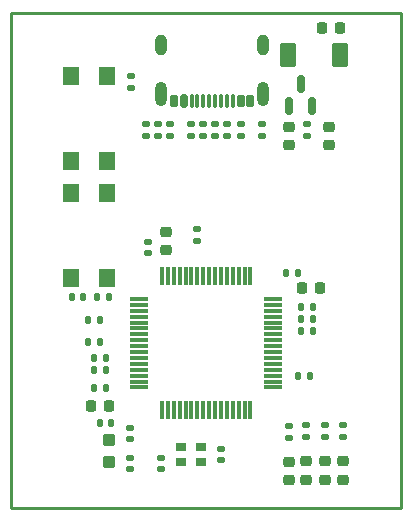
<source format=gbr>
%TF.GenerationSoftware,KiCad,Pcbnew,9.0.4*%
%TF.CreationDate,2025-09-11T17:12:04+01:00*%
%TF.ProjectId,OE PyBoard,4f452050-7942-46f6-9172-642e6b696361,rev?*%
%TF.SameCoordinates,Original*%
%TF.FileFunction,Paste,Top*%
%TF.FilePolarity,Positive*%
%FSLAX46Y46*%
G04 Gerber Fmt 4.6, Leading zero omitted, Abs format (unit mm)*
G04 Created by KiCad (PCBNEW 9.0.4) date 2025-09-11 17:12:04*
%MOMM*%
%LPD*%
G01*
G04 APERTURE LIST*
G04 Aperture macros list*
%AMRoundRect*
0 Rectangle with rounded corners*
0 $1 Rounding radius*
0 $2 $3 $4 $5 $6 $7 $8 $9 X,Y pos of 4 corners*
0 Add a 4 corners polygon primitive as box body*
4,1,4,$2,$3,$4,$5,$6,$7,$8,$9,$2,$3,0*
0 Add four circle primitives for the rounded corners*
1,1,$1+$1,$2,$3*
1,1,$1+$1,$4,$5*
1,1,$1+$1,$6,$7*
1,1,$1+$1,$8,$9*
0 Add four rect primitives between the rounded corners*
20,1,$1+$1,$2,$3,$4,$5,0*
20,1,$1+$1,$4,$5,$6,$7,0*
20,1,$1+$1,$6,$7,$8,$9,0*
20,1,$1+$1,$8,$9,$2,$3,0*%
G04 Aperture macros list end*
%ADD10RoundRect,0.250000X-0.300000X0.275000X-0.300000X-0.275000X0.300000X-0.275000X0.300000X0.275000X0*%
%ADD11R,0.900000X0.800000*%
%ADD12R,1.400000X1.600000*%
%ADD13RoundRect,0.150000X0.150000X-0.587500X0.150000X0.587500X-0.150000X0.587500X-0.150000X-0.587500X0*%
%ADD14RoundRect,0.075000X0.700000X-0.075000X0.700000X0.075000X-0.700000X0.075000X-0.700000X-0.075000X0*%
%ADD15RoundRect,0.075000X0.075000X-0.700000X0.075000X0.700000X-0.075000X0.700000X-0.075000X-0.700000X0*%
%ADD16RoundRect,0.135000X-0.185000X0.135000X-0.185000X-0.135000X0.185000X-0.135000X0.185000X0.135000X0*%
%ADD17RoundRect,0.135000X-0.135000X-0.185000X0.135000X-0.185000X0.135000X0.185000X-0.135000X0.185000X0*%
%ADD18RoundRect,0.135000X0.185000X-0.135000X0.185000X0.135000X-0.185000X0.135000X-0.185000X-0.135000X0*%
%ADD19RoundRect,0.135000X0.135000X0.185000X-0.135000X0.185000X-0.135000X-0.185000X0.135000X-0.185000X0*%
%ADD20O,1.000000X1.800000*%
%ADD21O,1.000000X2.100000*%
%ADD22RoundRect,0.150000X0.150000X0.400000X-0.150000X0.400000X-0.150000X-0.400000X0.150000X-0.400000X0*%
%ADD23RoundRect,0.075000X0.075000X0.500000X-0.075000X0.500000X-0.075000X-0.500000X0.075000X-0.500000X0*%
%ADD24RoundRect,0.150000X0.150000X0.425000X-0.150000X0.425000X-0.150000X-0.425000X0.150000X-0.425000X0*%
%ADD25RoundRect,0.147500X-0.172500X0.147500X-0.172500X-0.147500X0.172500X-0.147500X0.172500X0.147500X0*%
%ADD26RoundRect,0.218750X0.256250X-0.218750X0.256250X0.218750X-0.256250X0.218750X-0.256250X-0.218750X0*%
%ADD27RoundRect,0.250000X0.450000X0.800000X-0.450000X0.800000X-0.450000X-0.800000X0.450000X-0.800000X0*%
%ADD28RoundRect,0.140000X0.140000X0.170000X-0.140000X0.170000X-0.140000X-0.170000X0.140000X-0.170000X0*%
%ADD29RoundRect,0.140000X0.170000X-0.140000X0.170000X0.140000X-0.170000X0.140000X-0.170000X-0.140000X0*%
%ADD30RoundRect,0.140000X-0.170000X0.140000X-0.170000X-0.140000X0.170000X-0.140000X0.170000X0.140000X0*%
%ADD31RoundRect,0.225000X-0.250000X0.225000X-0.250000X-0.225000X0.250000X-0.225000X0.250000X0.225000X0*%
%ADD32RoundRect,0.225000X0.225000X0.250000X-0.225000X0.250000X-0.225000X-0.250000X0.225000X-0.250000X0*%
%ADD33RoundRect,0.225000X0.250000X-0.225000X0.250000X0.225000X-0.250000X0.225000X-0.250000X-0.225000X0*%
%ADD34RoundRect,0.225000X-0.225000X-0.250000X0.225000X-0.250000X0.225000X0.250000X-0.225000X0.250000X0*%
%ADD35RoundRect,0.140000X-0.140000X-0.170000X0.140000X-0.170000X0.140000X0.170000X-0.140000X0.170000X0*%
%TA.AperFunction,Profile*%
%ADD36C,0.230000*%
%TD*%
G04 APERTURE END LIST*
D10*
%TO.C,X3*%
X133985000Y-132241000D03*
X133985000Y-130391000D03*
%TD*%
D11*
%TO.C,X2*%
X140145000Y-130945000D03*
X141795000Y-130945000D03*
X141795000Y-132195000D03*
X140145000Y-132195000D03*
%TD*%
D12*
%TO.C,USR2*%
X130834000Y-106722000D03*
X130834000Y-99522000D03*
X133834000Y-106722000D03*
X133834000Y-99522000D03*
%TD*%
D13*
%TO.C,U3*%
X150230800Y-100233000D03*
X151180800Y-102108000D03*
X149280800Y-102108000D03*
%TD*%
D14*
%TO.C,U2*%
X136565000Y-125922000D03*
X136565000Y-125422000D03*
X136565000Y-124922000D03*
X136565000Y-124422000D03*
X136565000Y-123922000D03*
X136565000Y-123422000D03*
X136565000Y-122922000D03*
X136565000Y-122422000D03*
X136565000Y-121922000D03*
X136565000Y-121422000D03*
X136565000Y-120922000D03*
X136565000Y-120422000D03*
X136565000Y-119922000D03*
X136565000Y-119422000D03*
X136565000Y-118922000D03*
X136565000Y-118422000D03*
D15*
X138490000Y-116497000D03*
X138990000Y-116497000D03*
X139490000Y-116497000D03*
X139990000Y-116497000D03*
X140490000Y-116497000D03*
X140990000Y-116497000D03*
X141490000Y-116497000D03*
X141990000Y-116497000D03*
X142490000Y-116497000D03*
X142990000Y-116497000D03*
X143490000Y-116497000D03*
X143990000Y-116497000D03*
X144490000Y-116497000D03*
X144990000Y-116497000D03*
X145490000Y-116497000D03*
X145990000Y-116497000D03*
D14*
X147915000Y-118422000D03*
X147915000Y-118922000D03*
X147915000Y-119422000D03*
X147915000Y-119922000D03*
X147915000Y-120422000D03*
X147915000Y-120922000D03*
X147915000Y-121422000D03*
X147915000Y-121922000D03*
X147915000Y-122422000D03*
X147915000Y-122922000D03*
X147915000Y-123422000D03*
X147915000Y-123922000D03*
X147915000Y-124422000D03*
X147915000Y-124922000D03*
X147915000Y-125422000D03*
X147915000Y-125922000D03*
D15*
X145990000Y-127847000D03*
X145490000Y-127847000D03*
X144990000Y-127847000D03*
X144490000Y-127847000D03*
X143990000Y-127847000D03*
X143490000Y-127847000D03*
X142990000Y-127847000D03*
X142490000Y-127847000D03*
X141990000Y-127847000D03*
X141490000Y-127847000D03*
X140990000Y-127847000D03*
X140490000Y-127847000D03*
X139990000Y-127847000D03*
X139490000Y-127847000D03*
X138990000Y-127847000D03*
X138490000Y-127847000D03*
%TD*%
D12*
%TO.C,RST2*%
X130834000Y-116628000D03*
X130834000Y-109428000D03*
X133834000Y-116628000D03*
X133834000Y-109428000D03*
%TD*%
D16*
%TO.C,R22*%
X153847800Y-130137000D03*
X153847800Y-129117000D03*
%TD*%
D17*
%TO.C,R21*%
X133987000Y-118237000D03*
X132967000Y-118237000D03*
%TD*%
D16*
%TO.C,R20*%
X152273000Y-130137000D03*
X152273000Y-129117000D03*
%TD*%
%TO.C,R19*%
X150698200Y-130137000D03*
X150698200Y-129117000D03*
%TD*%
%TO.C,R18*%
X149225000Y-130179000D03*
X149225000Y-129159000D03*
%TD*%
D18*
%TO.C,R17*%
X135890000Y-99564000D03*
X135890000Y-100584000D03*
%TD*%
D17*
%TO.C,R15*%
X151299000Y-121156000D03*
X150279000Y-121156000D03*
%TD*%
D19*
%TO.C,R14*%
X132202991Y-120197838D03*
X133222991Y-120197838D03*
%TD*%
%TO.C,R13*%
X150279000Y-119124000D03*
X151299000Y-119124000D03*
%TD*%
%TO.C,R12*%
X150279000Y-120140000D03*
X151299000Y-120140000D03*
%TD*%
D17*
%TO.C,R11*%
X133773000Y-123442000D03*
X132753000Y-123442000D03*
%TD*%
%TO.C,R10*%
X133225000Y-122045000D03*
X132205000Y-122045000D03*
%TD*%
D18*
%TO.C,R9*%
X138176000Y-103602000D03*
X138176000Y-104622000D03*
%TD*%
D19*
%TO.C,R8*%
X132753000Y-124458000D03*
X133773000Y-124458000D03*
%TD*%
D18*
%TO.C,R7*%
X141986000Y-103592000D03*
X141986000Y-104612000D03*
%TD*%
D16*
%TO.C,R6*%
X141478000Y-113538000D03*
X141478000Y-112518000D03*
%TD*%
D18*
%TO.C,R5*%
X143002000Y-103592000D03*
X143002000Y-104612000D03*
%TD*%
D16*
%TO.C,R4*%
X140970000Y-104612000D03*
X140970000Y-103592000D03*
%TD*%
%TO.C,R3*%
X144018000Y-104612000D03*
X144018000Y-103592000D03*
%TD*%
D18*
%TO.C,R2*%
X145161000Y-103592000D03*
X145161000Y-104612000D03*
%TD*%
D20*
%TO.C,J3*%
X138428000Y-96931000D03*
D21*
X138428000Y-101111000D03*
D20*
X147068000Y-96931000D03*
D21*
X147068000Y-101111000D03*
D22*
X145948000Y-101686000D03*
X145148000Y-101686000D03*
D23*
X144498000Y-101686000D03*
X143498000Y-101686000D03*
X141998000Y-101686000D03*
X140998000Y-101686000D03*
D24*
X140348000Y-101686000D03*
D22*
X139548000Y-101686000D03*
X139548000Y-101686000D03*
D24*
X140348000Y-101686000D03*
D23*
X141498000Y-101686000D03*
X142498000Y-101686000D03*
X142998000Y-101686000D03*
X143998000Y-101686000D03*
D22*
X145148000Y-101686000D03*
X145948000Y-101686000D03*
%TD*%
D25*
%TO.C,FB2*%
X150749000Y-104625000D03*
X150749000Y-103655000D03*
%TD*%
D26*
%TO.C,D6*%
X153797000Y-132181500D03*
X153797000Y-133756500D03*
%TD*%
%TO.C,D5*%
X152273000Y-132181500D03*
X152273000Y-133756500D03*
%TD*%
%TO.C,D4*%
X150710200Y-132181500D03*
X150710200Y-133756500D03*
%TD*%
%TO.C,D3*%
X149225000Y-132192300D03*
X149225000Y-133767300D03*
%TD*%
D27*
%TO.C,D2*%
X153584000Y-97739200D03*
X149184000Y-97739200D03*
%TD*%
D28*
%TO.C,C22*%
X130838000Y-118237000D03*
X131798000Y-118237000D03*
%TD*%
D29*
%TO.C,C20*%
X135763000Y-129312000D03*
X135763000Y-130272000D03*
%TD*%
D30*
%TO.C,C19*%
X135763000Y-132812000D03*
X135763000Y-131852000D03*
%TD*%
D31*
%TO.C,C16*%
X152654000Y-105423000D03*
X152654000Y-103873000D03*
%TD*%
D32*
%TO.C,C15*%
X152044400Y-95504000D03*
X153594400Y-95504000D03*
%TD*%
D30*
%TO.C,C14*%
X138430000Y-132812000D03*
X138430000Y-131852000D03*
%TD*%
%TO.C,C13*%
X143510000Y-132050000D03*
X143510000Y-131090000D03*
%TD*%
D29*
%TO.C,C12*%
X137160000Y-103632000D03*
X137160000Y-104592000D03*
%TD*%
D30*
%TO.C,C11*%
X139192000Y-104592000D03*
X139192000Y-103632000D03*
%TD*%
D28*
%TO.C,C10*%
X133251000Y-128903000D03*
X134211000Y-128903000D03*
%TD*%
D33*
%TO.C,C9*%
X138811000Y-112761000D03*
X138811000Y-114311000D03*
%TD*%
D34*
%TO.C,C8*%
X151905000Y-117473000D03*
X150355000Y-117473000D03*
%TD*%
D35*
%TO.C,C7*%
X151015000Y-124966000D03*
X150055000Y-124966000D03*
%TD*%
D28*
%TO.C,C6*%
X132783000Y-125982000D03*
X133743000Y-125982000D03*
%TD*%
D29*
%TO.C,C5*%
X137287000Y-113564000D03*
X137287000Y-114524000D03*
%TD*%
D35*
%TO.C,C4*%
X149999000Y-116203000D03*
X149039000Y-116203000D03*
%TD*%
D32*
%TO.C,C3*%
X132488000Y-127506000D03*
X134038000Y-127506000D03*
%TD*%
D33*
%TO.C,C17*%
X149225000Y-105423000D03*
X149225000Y-103873000D03*
%TD*%
D29*
%TO.C,C18*%
X146933178Y-104593471D03*
X146933178Y-103633471D03*
%TD*%
D36*
X125730000Y-94232000D02*
X158750000Y-94232000D01*
X158750000Y-136142000D01*
X125730000Y-136142000D01*
X125730000Y-94232000D01*
M02*

</source>
